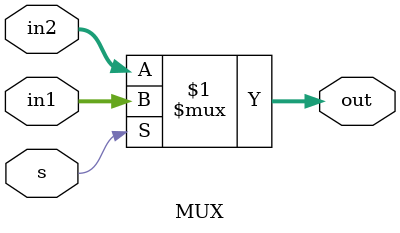
<source format=v>


module MUX(
    input wire[31:0] in1,
    input wire[31:0] in2,
    input wire s,
    output wire[31:0] out
);

assign out = s?in1:in2;

endmodule
</source>
